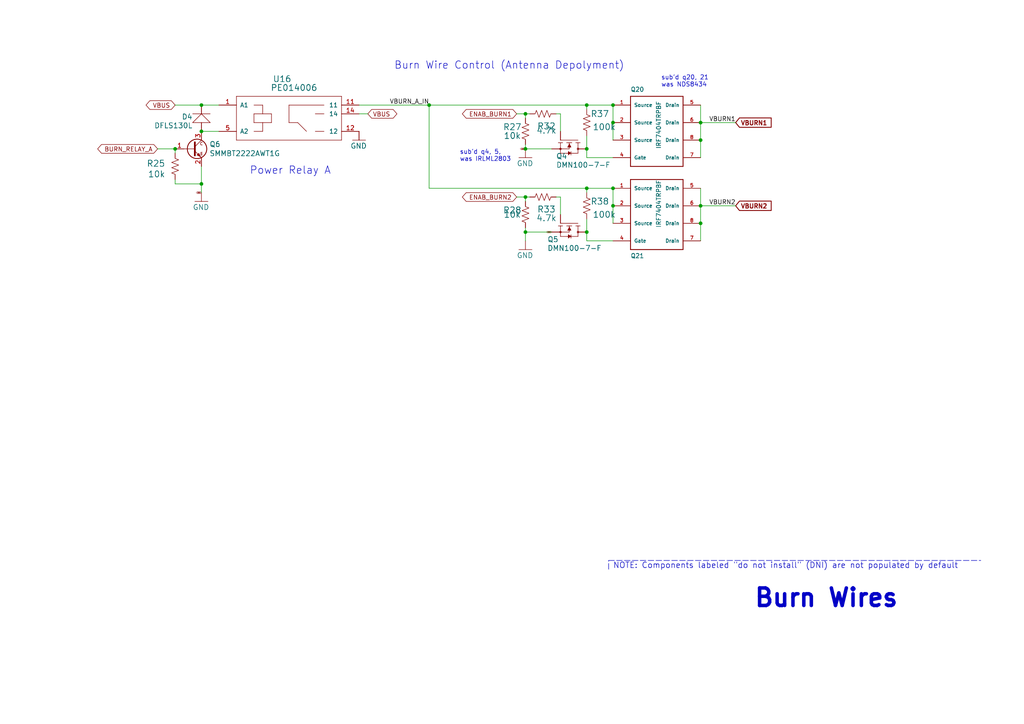
<source format=kicad_sch>
(kicad_sch (version 20211123) (generator eeschema)
  (paper "A4")
  (title_block (title "PyCubed Mainboard") (date "2021-06-09") (rev "v05c") (company "Max Holliday"))
  (lib_symbols
    (symbol "Device:R_US" (pin_numbers hide) (pin_names (offset 0))
      (property "Reference" "R" (at 2.54 0 90))
      (property "Value" "R_US" (at -2.54 0 90))
      (symbol "R_US_0_1"
        (polyline (pts (xy 0 -2.286) (xy 0 -2.54)))
        (polyline (pts (xy 0 2.286) (xy 0 2.54)))
        (polyline (pts (xy 0 -0.762) (xy 1.016 -1.143) (xy 0 -1.524) (xy -1.016 -1.905) (xy 0 -2.286)))
        (polyline (pts (xy 0 0.762) (xy 1.016 0.381) (xy 0 0) (xy -1.016 -0.381) (xy 0 -0.762)))
        (polyline (pts (xy 0 2.286) (xy 1.016 1.905) (xy 0 1.524) (xy -1.016 1.143) (xy 0 0.762)))
      )
      (symbol "R_US_1_1"
        (pin passive line (at 0 3.81 270) (length 1.27) (name "~") (number "1"))
        (pin passive line (at 0 -3.81 90) (length 1.27) (name "~") (number "2"))
      )
    )
    (symbol "mainboard:DFLS130L" (pin_names (offset 1.016))
      (property "Reference" "D" (at 0 2.54 0))
      (property "Value" "DFLS130L" (at 0 -5.08 0))
      (symbol "DFLS130L_1_0"
        (polyline (pts (xy 0 -2.54) (xy 2.54 0)))
        (polyline (pts (xy 0 2.54) (xy 0 -2.54)))
        (polyline (pts (xy 2.54 0) (xy 0 2.54)))
        (polyline (pts (xy 2.54 2.54) (xy 2.54 -2.54)))
        (pin bidirectional line (at -2.54 0 0) (length 2.54) (name "A") (number "A"))
        (pin bidirectional line (at 5.08 0 180) (length 2.54) (name "C") (number "C"))
      )
    )
    (symbol "mainboard:GND" (power) (pin_names (offset 1.016))
      (property "Value" "GND" (at -2.54 -2.54 0))
      (symbol "GND_1_0"
        (polyline (pts (xy -1.905 0) (xy 1.905 0)))
        (pin power_in line (at 0 2.54 270) (length 2.54) (name "GND") (number "1"))
      )
    )
    (symbol "mainboard:IRLML2803TRPBF" (pin_names (offset 1.016))
      (property "Reference" "Q" (at -11.43 1.27 0))
      (property "Value" "IRLML2803TRPBF" (at -11.43 3.81 0))
      (symbol "IRLML2803TRPBF_1_0"
        (polyline (pts (xy 0 2.54) (xy 0 -2.54)))
        (polyline (pts (xy 0.762 -2.54) (xy 0.762 -3.175)))
        (polyline (pts (xy 0.762 -1.905) (xy 0.762 -2.54)))
        (polyline (pts (xy 0.762 0) (xy 0.762 -0.762)))
        (polyline (pts (xy 0.762 0) (xy 2.54 0)))
        (polyline (pts (xy 0.762 0.762) (xy 0.762 0)))
        (polyline (pts (xy 0.762 2.54) (xy 0.762 1.905)))
        (polyline (pts (xy 0.762 2.54) (xy 3.81 2.54)))
        (polyline (pts (xy 0.762 3.175) (xy 0.762 2.54)))
        (polyline (pts (xy 2.54 -2.54) (xy 0.762 -2.54)))
        (polyline (pts (xy 2.54 -2.54) (xy 3.81 -2.54)))
        (polyline (pts (xy 2.54 0) (xy 2.54 -2.54)))
        (polyline (pts (xy 3.302 0.508) (xy 3.81 0.508)))
        (polyline (pts (xy 3.81 -0.508) (xy 3.81 -2.54)))
        (polyline (pts (xy 3.81 0.508) (xy 3.81 -0.508)))
        (polyline (pts (xy 3.81 0.508) (xy 4.318 0.508)))
        (polyline (pts (xy 3.81 2.54) (xy 3.81 0.508)))
        (polyline (pts (xy 1.016 0) (xy 2.032 0.508) (xy 2.032 -0.508)) (fill (type outline)))
        (polyline (pts (xy 3.81 0.508) (xy 3.302 -0.254) (xy 4.318 -0.254)) (fill (type outline)))
        (circle (center 2.54 -2.54) (radius 0.254))
        (circle (center 2.54 2.54) (radius 0.254))
        (pin passive line (at -2.54 -2.54 0) (length 2.54) (name "G") (number "1"))
        (pin passive line (at 2.54 -5.08 90) (length 2.54) (name "S") (number "2"))
        (pin passive line (at 2.54 5.08 270) (length 2.54) (name "D") (number "3"))
      )
    )
    (symbol "mainboard:MMBT2222AT" (pin_names (offset 1.016) hide)
      (property "Reference" "Q" (at -8.89 3.81 0))
      (property "Value" "MMBT2222AT" (at 2.54 -1.27 0))
      (symbol "MMBT2222AT_0_1"
        (polyline (pts (xy -5.08 0) (xy -1.905 0)))
        (polyline (pts (xy -0.127 -1.397) (xy 0.254 -1.397)))
        (polyline (pts (xy -0.127 -1.016) (xy 0.254 -1.016)))
        (polyline (pts (xy -0.127 -1.016) (xy -0.127 -1.778) (xy 0.254 -1.778)))
        (polyline (pts (xy 0.254 1.905) (xy -0.127 1.905) (xy -0.254 1.651) (xy -0.254 1.397) (xy -0.127 1.143) (xy 0.254 1.143)))
      )
      (symbol "MMBT2222AT_1_1"
        (circle (center -1.27 0) (radius 2.8194) (stroke (width 0.254)))
        (polyline (pts (xy -1.905 0.635) (xy 0 2.54)))
        (polyline (pts (xy -1.905 -0.635) (xy 0 -2.54) (xy 0 -2.54)))
        (polyline (pts (xy -1.905 1.905) (xy -1.905 -1.905) (xy -1.905 -1.905)) (stroke (width 0.508)))
        (polyline (pts (xy -1.27 -1.778) (xy -0.762 -1.27) (xy -0.254 -2.286) (xy -1.27 -1.778) (xy -1.27 -1.778)) (fill (type outline)))
        (pin input line (at -7.62 0 0) (length 2.54) (name "B") (number "1"))
        (pin passive line (at 0 -5.08 90) (length 2.54) (name "E") (number "2"))
        (pin passive line (at 0 5.08 270) (length 2.54) (name "C") (number "3"))
      )
    )
    (symbol "mainboard:NDS8434" (pin_names (offset 1.016))
      (symbol "NDS8434_0_0"
        (polyline (pts (xy -7.62 -10.16) (xy -7.62 10.16)) (stroke (width 0.254)))
        (polyline (pts (xy -7.62 10.16) (xy 7.62 10.16)) (stroke (width 0.254)))
        (polyline (pts (xy 7.62 -10.16) (xy -7.62 -10.16)) (stroke (width 0.254)))
        (polyline (pts (xy 7.62 10.16) (xy 7.62 -10.16)) (stroke (width 0.254)))
        (pin bidirectional line (at -12.7 7.62 0) (length 5.08) (name "Source") (number "1"))
        (pin bidirectional line (at -12.7 2.54 0) (length 5.08) (name "Source") (number "2"))
        (pin bidirectional line (at -12.7 -2.54 0) (length 5.08) (name "Source") (number "3"))
        (pin bidirectional line (at -12.7 -7.62 0) (length 5.08) (name "Gate") (number "4"))
        (pin bidirectional line (at 12.7 7.62 180) (length 5.08) (name "Drain") (number "5"))
        (pin bidirectional line (at 12.7 2.54 180) (length 5.08) (name "Drain") (number "6"))
        (pin bidirectional line (at 12.7 -7.62 180) (length 5.08) (name "Drain") (number "7"))
        (pin bidirectional line (at 12.7 -2.54 180) (length 5.08) (name "Drain") (number "8"))
      )
    )
    (symbol "mainboard:PE014005" (pin_names (offset 1.016))
      (property "Reference" "U" (at -2.1844 9.1186 0))
      (property "Value" "PE014005" (at -2.8194 6.5786 0))
      (symbol "PE014005_1_0"
        (polyline (pts (xy -12.7 -7.62) (xy 17.78 -7.62)))
        (polyline (pts (xy -12.7 5.08) (xy -12.7 -7.62)))
        (polyline (pts (xy -7.62 -2.54) (xy -7.62 0)))
        (polyline (pts (xy -7.62 0) (xy -5.08 0)))
        (polyline (pts (xy -7.62 2.54) (xy -5.08 2.54)))
        (polyline (pts (xy -5.08 -5.08) (xy -7.62 -5.08)))
        (polyline (pts (xy -5.08 -2.54) (xy -7.62 -2.54)))
        (polyline (pts (xy -5.08 -2.54) (xy -5.08 -5.08)))
        (polyline (pts (xy -5.08 0) (xy -2.54 0)))
        (polyline (pts (xy -5.08 2.54) (xy -5.08 0)))
        (polyline (pts (xy -2.54 -2.54) (xy -5.08 -2.54)))
        (polyline (pts (xy -2.54 0) (xy -2.54 -2.54)))
        (polyline (pts (xy 2.54 -2.54) (xy 5.08 -2.54)))
        (polyline (pts (xy 2.54 2.54) (xy 2.54 -2.54)))
        (polyline (pts (xy 5.08 -2.54) (xy 7.62 -5.08)))
        (polyline (pts (xy 12.7 -5.08) (xy 10.16 -5.08)))
        (polyline (pts (xy 12.7 0) (xy 10.16 0)))
        (polyline (pts (xy 12.7 2.54) (xy 2.54 2.54)))
        (polyline (pts (xy 17.78 -7.62) (xy 17.78 5.08)))
        (polyline (pts (xy 17.78 5.08) (xy -12.7 5.08)))
        (pin passive line (at -17.78 2.54 0) (length 5.08) (name "A1") (number "1"))
        (pin passive line (at 22.86 2.54 180) (length 5.08) (name "11") (number "11"))
        (pin passive line (at 22.86 -5.08 180) (length 5.08) (name "12") (number "12"))
        (pin passive line (at 22.86 0 180) (length 5.08) (name "14") (number "14"))
        (pin passive line (at -17.78 -5.08 0) (length 5.08) (name "A2") (number "5"))
      )
    )
  )
  (junction (at 203.2 40.64))
  (junction (at 124.46 30.48))
  (junction (at 203.2 59.69))
  (junction (at 203.2 64.77))
  (junction (at 58.42 53.34))
  (junction (at 58.42 30.48))
  (junction (at 177.8 30.48))
  (junction (at 58.42 38.1))
  (junction (at 177.8 59.69))
  (junction (at 50.8 43.18))
  (junction (at 170.18 43.18))
  (junction (at 177.8 54.61))
  (junction (at 177.8 35.56))
  (junction (at 152.4 33.02))
  (junction (at 203.2 35.56))
  (junction (at 170.18 30.48))
  (junction (at 152.4 67.31))
  (junction (at 152.4 43.18))
  (junction (at 152.4 57.15))
  (junction (at 170.18 54.61))
  (junction (at 170.18 67.31))
  (wire (pts (xy 149.86 33.02) (xy 152.4 33.02)))
  (wire (pts (xy 170.18 30.48) (xy 170.18 31.75)))
  (wire (pts (xy 170.18 69.85) (xy 170.18 67.31)))
  (wire (pts (xy 152.4 66.04) (xy 152.4 67.31)))
  (wire (pts (xy 177.8 35.56) (xy 177.8 30.48)))
  (wire (pts (xy 152.4 41.91) (xy 152.4 43.18)))
  (wire (pts (xy 161.29 57.15) (xy 162.56 57.15)))
  (wire (pts (xy 162.56 38.1) (xy 162.56 33.02)))
  (wire (pts (xy 152.4 57.15) (xy 153.67 57.15)))
  (wire (pts (xy 50.8 52.07) (xy 50.8 53.34)))
  (wire (pts (xy 152.4 57.15) (xy 152.4 58.42)))
  (wire (pts (xy 104.14 30.48) (xy 124.46 30.48)))
  (wire (pts (xy 170.18 54.61) (xy 177.8 54.61)))
  (wire (pts (xy 203.2 35.56) (xy 203.2 40.64)))
  (wire (pts (xy 170.18 30.48) (xy 177.8 30.48)))
  (wire (pts (xy 170.18 63.5) (xy 170.18 67.31)))
  (wire (pts (xy 124.46 30.48) (xy 124.46 54.61)))
  (wire (pts (xy 170.18 39.37) (xy 170.18 43.18)))
  (wire (pts (xy 152.4 43.18) (xy 160.02 43.18)))
  (wire (pts (xy 177.8 59.69) (xy 177.8 54.61)))
  (wire (pts (xy 63.5 30.48) (xy 58.42 30.48)))
  (wire (pts (xy 203.2 59.69) (xy 203.2 54.61)))
  (wire (pts (xy 161.29 33.02) (xy 162.56 33.02)))
  (wire (pts (xy 203.2 30.48) (xy 203.2 35.56)))
  (wire (pts (xy 58.42 55.88) (xy 58.42 53.34)))
  (wire (pts (xy 149.86 57.15) (xy 152.4 57.15)))
  (wire (pts (xy 170.18 54.61) (xy 170.18 55.88)))
  (wire (pts (xy 124.46 30.48) (xy 170.18 30.48)))
  (wire (pts (xy 160.02 67.31) (xy 152.4 67.31)))
  (wire (pts (xy 177.8 69.85) (xy 170.18 69.85)))
  (wire (pts (xy 152.4 33.02) (xy 152.4 34.29)))
  (wire (pts (xy 203.2 59.69) (xy 213.36 59.69)))
  (wire (pts (xy 203.2 64.77) (xy 203.2 59.69)))
  (wire (pts (xy 152.4 67.31) (xy 152.4 69.85)))
  (wire (pts (xy 50.8 43.18) (xy 50.8 44.45)))
  (wire (pts (xy 124.46 54.61) (xy 170.18 54.61)))
  (wire (pts (xy 50.8 53.34) (xy 58.42 53.34)))
  (wire (pts (xy 177.8 40.64) (xy 177.8 35.56)))
  (wire (pts (xy 104.14 33.02) (xy 106.68 33.02)))
  (wire (pts (xy 45.72 43.18) (xy 50.8 43.18)))
  (wire (pts (xy 177.8 45.72) (xy 170.18 45.72)))
  (polyline (pts (xy 176.53 162.56) (xy 284.48 162.56)))
  (wire (pts (xy 177.8 64.77) (xy 177.8 59.69)))
  (wire (pts (xy 203.2 69.85) (xy 203.2 64.77)))
  (wire (pts (xy 58.42 53.34) (xy 58.42 48.26)))
  (wire (pts (xy 152.4 33.02) (xy 153.67 33.02)))
  (wire (pts (xy 170.18 45.72) (xy 170.18 43.18)))
  (wire (pts (xy 58.42 38.1) (xy 63.5 38.1)))
  (wire (pts (xy 162.56 62.23) (xy 162.56 57.15)))
  (wire (pts (xy 203.2 40.64) (xy 203.2 45.72)))
  (wire (pts (xy 203.2 35.56) (xy 213.36 35.56)))
  (wire (pts (xy 58.42 30.48) (xy 50.8 30.48)))
  (polyline (pts (xy 176.53 165.1) (xy 176.53 162.56)))
  (text "Burn Wire Control (Antenna Depolyment)" (at 114.3 20.32 0) (effects (font (size 2.159 2.159)) (justify left bottom)))
  (text "sub'd q4, 5, \nwas IRLML2803" (at 133.35 46.99 0) (effects (font (size 1.27 1.27)) (justify left bottom)))
  (text "sub'd q20, 21\nwas NDS8434\n" (at 191.77 25.4 0) (effects (font (size 1.27 1.27)) (justify left bottom)))
  (text "NOTE: Components labeled \"do not install\" (DNI) are not populated by default" (at 177.8 165.1 0) (effects (font (size 1.651 1.651)) (justify left bottom)))
  (text "Burn Wires" (at 218.44 176.53 0) (effects (font (size 5.08 5.08) (thickness 1.016) bold) (justify left bottom)))
  (text "Power Relay A" (at 72.39 50.8 0) (effects (font (size 2.159 2.159)) (justify left bottom)))
  (label "VBURN2" (at 213.36 59.69 180))
  (label "VBURN_A_IN" (at 124.46 30.48 180))
  (label "VBURN1" (at 213.36 35.56 180))
  (global_label "VBUS" (shape bidirectional) (at 106.68 33.02 0) (property "Intersheet References" "${INTERSHEET_REFS}" (effects hide)))
  (global_label "BURN_RELAY_A" (shape bidirectional) (at 45.72 43.18 180) (property "Intersheet References" "${INTERSHEET_REFS}" (effects hide)))
  (global_label "GND" (shape bidirectional) (at 160.02 67.31 180) (effects (font (size 0.254 0.254))) (property "Intersheet References" "${INTERSHEET_REFS}" (effects hide)))
  (global_label "ENAB_BURN2" (shape bidirectional) (at 149.86 57.15 180) (property "Intersheet References" "${INTERSHEET_REFS}" (effects hide)))
  (global_label "VBUS" (shape bidirectional) (at 50.8 30.48 180) (property "Intersheet References" "${INTERSHEET_REFS}" (effects hide)))
  (global_label "GND" (shape bidirectional) (at 58.42 55.88 180) (effects (font (size 0.254 0.254))) (property "Intersheet References" "${INTERSHEET_REFS}" (effects hide)))
  (global_label "GND" (shape bidirectional) (at 152.4 43.18 180) (effects (font (size 0.254 0.254))) (property "Intersheet References" "${INTERSHEET_REFS}" (effects hide)))
  (global_label "VBURN1" (shape input) (at 213.36 35.56 0) (effects (font (thickness 0.254) bold)) (property "Intersheet References" "${INTERSHEET_REFS}" (effects hide)))
  (global_label "ENAB_BURN1" (shape bidirectional) (at 149.86 33.02 180) (property "Intersheet References" "${INTERSHEET_REFS}" (effects hide)))
  (global_label "VBURN2" (shape input) (at 213.36 59.69 0) (effects (font (thickness 0.254) bold)) (property "Intersheet References" "${INTERSHEET_REFS}" (effects hide)))
  (symbol (lib_id "Device:R_US") (at 157.48 57.15 270) (unit 1)
    (property "Reference" "R33" (at 158.496 61.722 90) (effects (font (size 1.778 1.778)) (justify bottom)))
    (property "Value" "4.7k" (at 158.496 62.23 90) (effects (font (size 1.778 1.778)) (justify top)))
    (property "Footprint" "Resistor_SMD:R_0603_1608Metric" (effects hide))
  )
  (symbol (lib_id "mainboard:DFLS130L") (at 58.42 35.56 90) (unit 1)
    (property "Reference" "D4" (at 55.88 33.02 90) (effects (font (size 1.4986 1.4986)) (justify left bottom)))
    (property "Value" "DFLS130L" (at 55.88 35.56 90) (effects (font (size 1.4986 1.4986)) (justify left bottom)))
    (property "Footprint" "mainboard:PWRDI-123" (effects hide))
    (property "Datasheet" "https://www.diodes.com/assets/Datasheets/ds30492.pdf" (effects hide))
    (property "Description" "Schottky Diode - 30V 1A" (effects hide))
    (property "Flight" "DFLS130L-7" (effects hide))
    (property "Manufacturer_Name" "Diodes Incorporated" (effects hide))
    (property "Manufacturer_Part_Number" "DFLS130L-7" (effects hide))
    (property "Proto" "DFLS130L" (effects hide))
  )
  (symbol (lib_id "Device:R_US") (at 50.8 48.26 0) (unit 1)
    (property "Reference" "R25" (at 47.9806 47.4218 0) (effects (font (size 1.778 1.778)) (justify right)))
    (property "Value" "10k" (at 47.9806 50.4952 0) (effects (font (size 1.778 1.778)) (justify right)))
    (property "Footprint" "Resistor_SMD:R_0603_1608Metric" (effects hide))
  )
  (symbol (lib_id "mainboard:GND") (at 152.4 72.39 0) (unit 1)
    (property "Reference" "#GND056" (effects hide))
    (property "Value" "GND" (at 149.86 74.93 0) (effects (font (size 1.4986 1.4986)) (justify left bottom)))
  )
  (symbol (lib_id "Device:R_US") (at 152.4 62.23 0) (unit 1)
    (property "Reference" "R28" (at 148.59 61.976 0) (effects (font (size 1.778 1.778)) (justify bottom)))
    (property "Value" "10k" (at 148.59 61.214 0) (effects (font (size 1.778 1.778)) (justify top)))
    (property "Footprint" "Resistor_SMD:R_0603_1608Metric" (effects hide))
  )
  (symbol (lib_id "mainboard:NDS8434") (at 190.5 38.1 0) (unit 1)
    (property "Reference" "Q20" (at 182.88 26.67 0) (effects (justify left bottom)))
    (property "Value" "IRF7404TRPBF" (at 191.77 43.18 90) (effects (justify left bottom)))
    (property "Footprint" "Package_SO:SOIC-8_3.9x4.9mm_P1.27mm" (effects hide))
    (property "Description" "P-Channel MOSFET" (effects hide))
    (property "Flight" "IRF7404TRPBF" (effects hide))
  )
  (symbol (lib_id "mainboard:NDS8434") (at 190.5 62.23 0) (unit 1)
    (property "Reference" "Q21" (at 182.88 74.93 0) (effects (justify left bottom)))
    (property "Value" "IRF7404TRPBF" (at 191.77 66.04 90) (effects (justify left bottom)))
    (property "Footprint" "Package_SO:SOIC-8_3.9x4.9mm_P1.27mm" (effects hide))
    (property "Description" "P-Channel MOSFET" (effects hide))
    (property "Flight" "IRF7404TRPBF" (effects hide))
  )
  (symbol (lib_id "mainboard:MMBT2222AT") (at 58.42 43.18 0) (unit 1)
    (property "Reference" "Q6" (at 60.7314 41.8338 0) (effects (font (size 1.4986 1.4986)) (justify left)))
    (property "Value" "SMMBT2222AWT1G" (at 60.7314 44.5008 0) (effects (font (size 1.4986 1.4986)) (justify left)))
    (property "Footprint" "Package_TO_SOT_SMD:SOT-323_SC-70" (effects hide))
    (property "Description" "Single NPN BJT" (effects hide))
  )
  (symbol (lib_id "Device:R_US") (at 152.4 38.1 0) (unit 1)
    (property "Reference" "R27" (at 148.59 37.846 0) (effects (font (size 1.778 1.778)) (justify bottom)))
    (property "Value" "10k" (at 148.59 38.354 0) (effects (font (size 1.778 1.778)) (justify top)))
    (property "Footprint" "Resistor_SMD:R_0603_1608Metric" (effects hide))
  )
  (symbol (lib_id "mainboard:IRLML2803TRPBF") (at 165.1 64.77 270) (unit 1)
    (property "Reference" "Q5" (at 158.75 68.58 90) (effects (font (size 1.4986 1.4986)) (justify left top)))
    (property "Value" "DMN100-7-F" (at 158.75 71.12 90) (effects (font (size 1.4986 1.4986)) (justify left top)))
    (property "Footprint" "mainboard:SOT-23" (effects hide))
    (property "Description" "Single N-Channel MOSFET" (effects hide))
    (property "Flight" "DMN100-7-F" (effects hide))
  )
  (symbol (lib_id "Device:R_US") (at 157.48 33.02 270) (unit 1)
    (property "Reference" "R32" (at 158.496 37.592 90) (effects (font (size 1.778 1.778)) (justify bottom)))
    (property "Value" "4.7k" (at 158.496 36.83 90) (effects (font (size 1.778 1.778)) (justify top)))
    (property "Footprint" "Resistor_SMD:R_0603_1608Metric" (effects hide))
  )
  (symbol (lib_id "Device:R_US") (at 170.18 35.56 180) (unit 1)
    (property "Reference" "R37" (at 173.99 32.004 0) (effects (font (size 1.778 1.778)) (justify bottom)))
    (property "Value" "100k" (at 175.26 37.846 0) (effects (font (size 1.778 1.778)) (justify top)))
    (property "Footprint" "Resistor_SMD:R_0603_1608Metric" (effects hide))
  )
  (symbol (lib_id "Device:R_US") (at 170.18 59.69 180) (unit 1)
    (property "Reference" "R38" (at 173.99 57.404 0) (effects (font (size 1.778 1.778)) (justify bottom)))
    (property "Value" "100k" (at 175.26 63.246 0) (effects (font (size 1.778 1.778)) (justify top)))
    (property "Footprint" "Resistor_SMD:R_0603_1608Metric" (effects hide))
  )
  (symbol (lib_id "mainboard:GND") (at 104.14 40.64 0) (unit 1)
    (property "Reference" "#GND052" (effects hide))
    (property "Value" "GND" (at 101.6 43.18 0) (effects (font (size 1.4986 1.4986)) (justify left bottom)))
  )
  (symbol (lib_id "mainboard:PE014005") (at 81.28 33.02 0) (unit 1)
    (property "Reference" "U16" (at 79.0956 23.9014 0) (effects (font (size 1.7526 1.7526)) (justify left bottom)))
    (property "Value" "PE014006" (at 78.4606 26.4414 0) (effects (font (size 1.7526 1.7526)) (justify left bottom)))
    (property "Footprint" "mainboard:RELAY_PE014006" (effects hide))
    (property "Datasheet" "https://www.te.com/usa-en/product-PE014006.html" (effects hide))
    (property "Description" "5A 6V SPDT General Purpose Relay" (effects hide))
    (property "Flight" "PE014006 TE" (effects hide))
    (property "Manufacturer_Name" "TE Connectivity" (effects hide))
    (property "Manufacturer_Part_Number" "PE014006 TE" (effects hide))
    (property "Proto" "TE Connectivity" (effects hide))
  )
  (symbol (lib_id "mainboard:IRLML2803TRPBF") (at 165.1 40.64 270) (unit 1)
    (property "Reference" "Q4" (at 161.29 44.45 90) (effects (font (size 1.4986 1.4986)) (justify left top)))
    (property "Value" "DMN100-7-F" (at 161.29 46.99 90) (effects (font (size 1.4986 1.4986)) (justify left top)))
    (property "Footprint" "mainboard:SOT-23" (effects hide))
    (property "Description" "Single N-Channel MOSFET" (effects hide))
    (property "Flight" "DMN100-7-F" (effects hide))
  )
  (symbol (lib_id "mainboard:GND") (at 152.4 45.72 0) (unit 1)
    (property "Reference" "#GND055" (effects hide))
    (property "Value" "GND" (at 149.86 48.26 0) (effects (font (size 1.4986 1.4986)) (justify left bottom)))
  )
  (symbol (lib_id "mainboard:GND") (at 58.42 58.42 0) (unit 1)
    (property "Reference" "#GND049" (effects hide))
    (property "Value" "GND" (at 55.88 60.96 0) (effects (font (size 1.4986 1.4986)) (justify left bottom)))
  )
)
</source>
